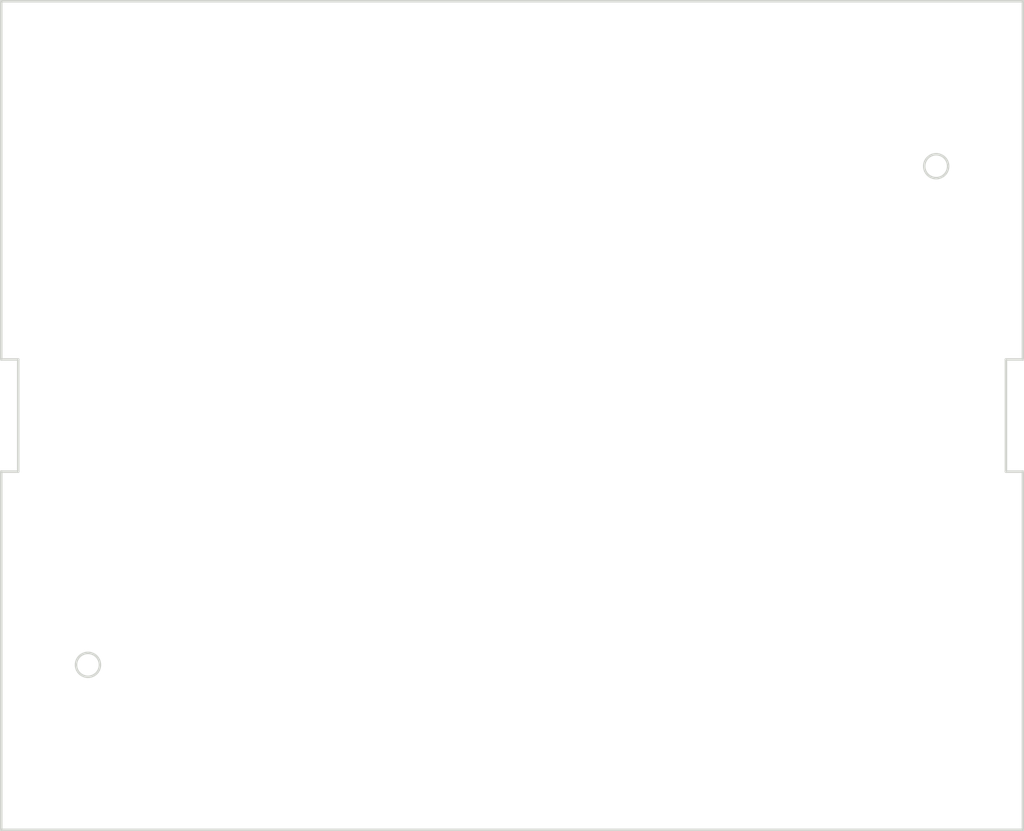
<source format=kicad_pcb>
(kicad_pcb (version 20221018) (generator pcbnew)

  (general
    (thickness 1.6)
  )

  (paper "A4")
  (layers
    (0 "F.Cu" signal)
    (31 "B.Cu" signal)
    (32 "B.Adhes" user "B.Adhesive")
    (33 "F.Adhes" user "F.Adhesive")
    (34 "B.Paste" user)
    (35 "F.Paste" user)
    (36 "B.SilkS" user "B.Silkscreen")
    (37 "F.SilkS" user "F.Silkscreen")
    (38 "B.Mask" user)
    (39 "F.Mask" user)
    (40 "Dwgs.User" user "User.Drawings")
    (41 "Cmts.User" user "User.Comments")
    (42 "Eco1.User" user "User.Eco1")
    (43 "Eco2.User" user "User.Eco2")
    (44 "Edge.Cuts" user)
    (45 "Margin" user)
    (46 "B.CrtYd" user "B.Courtyard")
    (47 "F.CrtYd" user "F.Courtyard")
    (48 "B.Fab" user)
    (49 "F.Fab" user)
    (50 "User.1" user)
    (51 "User.2" user)
    (52 "User.3" user)
    (53 "User.4" user)
    (54 "User.5" user)
    (55 "User.6" user)
    (56 "User.7" user)
    (57 "User.8" user)
    (58 "User.9" user)
  )

  (setup
    (pad_to_mask_clearance 0)
    (pcbplotparams
      (layerselection 0x00010fc_ffffffff)
      (plot_on_all_layers_selection 0x0000000_00000000)
      (disableapertmacros false)
      (usegerberextensions false)
      (usegerberattributes true)
      (usegerberadvancedattributes true)
      (creategerberjobfile true)
      (dashed_line_dash_ratio 12.000000)
      (dashed_line_gap_ratio 3.000000)
      (svgprecision 4)
      (plotframeref false)
      (viasonmask false)
      (mode 1)
      (useauxorigin false)
      (hpglpennumber 1)
      (hpglpenspeed 20)
      (hpglpendiameter 15.000000)
      (dxfpolygonmode true)
      (dxfimperialunits true)
      (dxfusepcbnewfont true)
      (psnegative false)
      (psa4output false)
      (plotreference true)
      (plotvalue true)
      (plotinvisibletext false)
      (sketchpadsonfab false)
      (subtractmaskfromsilk false)
      (outputformat 1)
      (mirror false)
      (drillshape 1)
      (scaleselection 1)
      (outputdirectory "")
    )
  )

  (net 0 "")

  (gr_line (start 202.05 81.405) (end 203.75 81.405)
    (stroke (width 0.25) (type solid)) (layer "Edge.Cuts") (tstamp 03a04f37-ccf3-46e3-93fa-79c697079b32))
  (gr_line (start 103.07 81.405) (end 101.37 81.405)
    (stroke (width 0.25) (type solid)) (layer "Edge.Cuts") (tstamp 1f3bf835-bccd-49b6-8781-38224db59b99))
  (gr_line (start 101.37 45.49) (end 101.37 81.405)
    (stroke (width 0.25) (type solid)) (layer "Edge.Cuts") (tstamp 39beb731-929d-4428-93f0-833b2e231b9e))
  (gr_line (start 103.07 92.655) (end 103.07 81.405)
    (stroke (width 0.25) (type solid)) (layer "Edge.Cuts") (tstamp 53c7615f-1ea6-4682-9636-a58bca0509ed))
  (gr_line (start 203.75 45.49) (end 101.37 45.49)
    (stroke (width 0.25) (type solid)) (layer "Edge.Cuts") (tstamp 550889ad-e6e8-4dc2-bd3f-4adec0ffcbc2))
  (gr_line (start 203.75 128.57) (end 203.75 92.655)
    (stroke (width 0.25) (type solid)) (layer "Edge.Cuts") (tstamp 5905009d-da44-4734-a2a8-3e8ae7b55e44))
  (gr_line (start 202.05 92.655) (end 202.05 81.405)
    (stroke (width 0.25) (type solid)) (layer "Edge.Cuts") (tstamp 5b939ca1-1af4-4565-9e48-ddf9c6d3d45b))
  (gr_line (start 203.75 81.405) (end 203.75 45.49)
    (stroke (width 0.25) (type solid)) (layer "Edge.Cuts") (tstamp 76b0cc90-67b5-4215-9dd5-6415e8d619f2))
  (gr_line (start 202.05 92.655) (end 203.75 92.655)
    (stroke (width 0.25) (type solid)) (layer "Edge.Cuts") (tstamp 783e9abd-8510-47eb-9fe2-a8d8b2122623))
  (gr_line (start 103.07 92.655) (end 101.37 92.655)
    (stroke (width 0.25) (type solid)) (layer "Edge.Cuts") (tstamp 91630bd3-f0b4-45f5-9beb-0def17af27b0))
  (gr_line (start 101.37 128.57) (end 203.75 128.57)
    (stroke (width 0.25) (type solid)) (layer "Edge.Cuts") (tstamp 9ea0ec30-c2ee-4446-892b-c8d7cbdc26e5))
  (gr_line (start 101.37 92.655) (end 101.37 128.57)
    (stroke (width 0.25) (type solid)) (layer "Edge.Cuts") (tstamp a95230bb-bdc6-4c50-a3d2-75391c9381e9))
  (gr_circle (center 195.06 62.03) (end 196.26 62.03)
    (stroke (width 0.25) (type solid)) (fill none) (layer "Edge.Cuts") (tstamp cee80501-5304-4cf7-886f-776ee759522e))
  (gr_circle (center 110.06 112.03) (end 111.26 112.03)
    (stroke (width 0.25) (type solid)) (fill none) (layer "Edge.Cuts") (tstamp e27c572d-2c71-45f1-a190-1e9429240fcb))

  (group "" (id d2cd0c89-b2ec-4b54-8b9c-4500b7c59228)
    (members
      03a04f37-ccf3-46e3-93fa-79c697079b32
      1f3bf835-bccd-49b6-8781-38224db59b99
      39beb731-929d-4428-93f0-833b2e231b9e
      53c7615f-1ea6-4682-9636-a58bca0509ed
      550889ad-e6e8-4dc2-bd3f-4adec0ffcbc2
      5905009d-da44-4734-a2a8-3e8ae7b55e44
      5b939ca1-1af4-4565-9e48-ddf9c6d3d45b
      76b0cc90-67b5-4215-9dd5-6415e8d619f2
      783e9abd-8510-47eb-9fe2-a8d8b2122623
      91630bd3-f0b4-45f5-9beb-0def17af27b0
      9ea0ec30-c2ee-4446-892b-c8d7cbdc26e5
      a95230bb-bdc6-4c50-a3d2-75391c9381e9
      cee80501-5304-4cf7-886f-776ee759522e
      e27c572d-2c71-45f1-a190-1e9429240fcb
    )
  )
)

</source>
